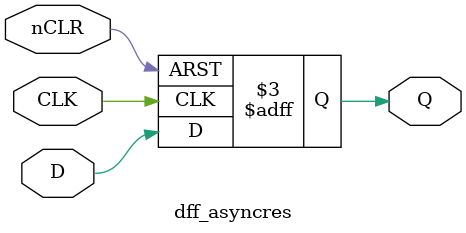
<source format=v>
`timescale 1ns / 1ps
/************************************************************************
	 dff_asyncres.v

	 D-Type flip-flop with async reset for BeebSCSI
    BeebSCSI - BBC Micro SCSI Drive Emulator
    Copyright (C) 2016 Simon Inns

	 This file is part of BeebSCSI.

    BeebSCSI is free software: you can redistribute it and/or modify
	 it under the terms of the GNU General Public License as published by
	 the Free Software Foundation, either version 3 of the License, or
	 (at your option) any later version.

    This program is distributed in the hope that it will be useful,
    but WITHOUT ANY WARRANTY; without even the implied warranty of
    MERCHANTABILITY or FITNESS FOR A PARTICULAR PURPOSE.  See the
    GNU General Public License for more details.

    You should have received a copy of the GNU General Public License
    along with this program.  If not, see <http://www.gnu.org/licenses/>.

	 Email: simon.inns@gmail.com

************************************************************************/
module dff_asyncres(
	input D,
	input CLK,
	input nCLR,
	output reg Q
	);

	always @ (posedge CLK or negedge nCLR)
	begin
		if (~nCLR) Q <= 1'b0;
		else Q <= D;
	end

endmodule

</source>
